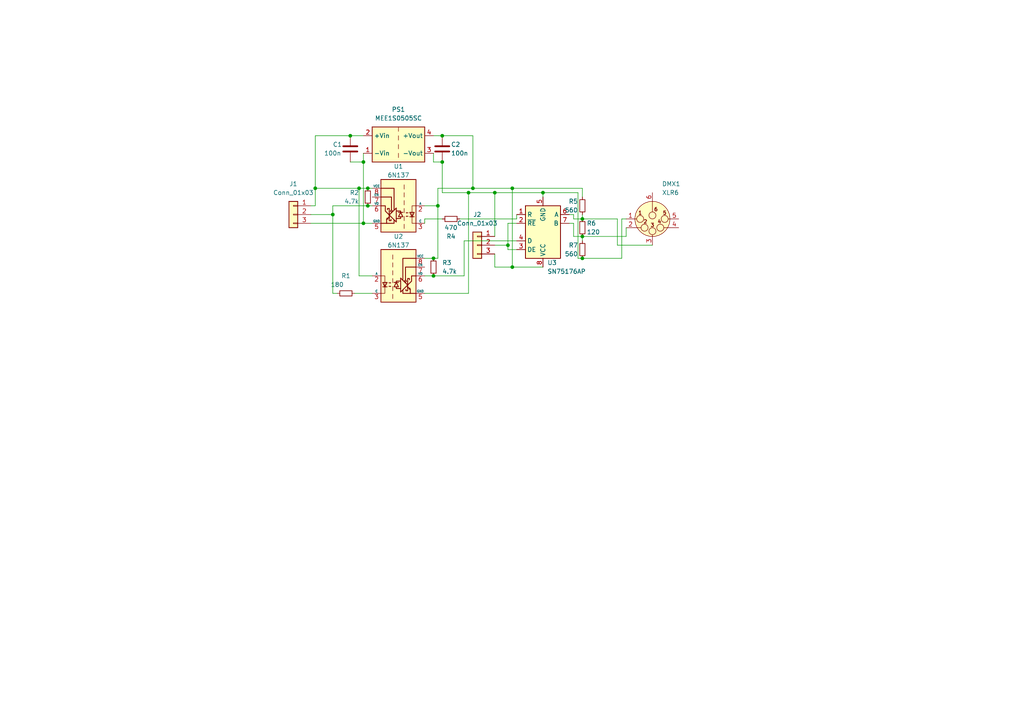
<source format=kicad_sch>
(kicad_sch (version 20211123) (generator eeschema)

  (uuid 4e2d37ff-e1b6-47e9-8846-360ec797e02f)

  (paper "A4")

  (lib_symbols
    (symbol "Connector:XLR6" (pin_names hide) (in_bom yes) (on_board yes)
      (property "Reference" "J" (id 0) (at 2.54 6.35 0)
        (effects (font (size 1.27 1.27)))
      )
      (property "Value" "XLR6" (id 1) (at 5.08 -6.096 0)
        (effects (font (size 1.27 1.27)))
      )
      (property "Footprint" "" (id 2) (at 0 0 0)
        (effects (font (size 1.27 1.27)) hide)
      )
      (property "Datasheet" " ~" (id 3) (at 0 0 0)
        (effects (font (size 1.27 1.27)) hide)
      )
      (property "ki_keywords" "xlr connector" (id 4) (at 0 0 0)
        (effects (font (size 1.27 1.27)) hide)
      )
      (property "ki_description" "XLR Connector, Male or Female, 6 Pins" (id 5) (at 0 0 0)
        (effects (font (size 1.27 1.27)) hide)
      )
      (property "ki_fp_filters" "Jack*XLR*" (id 6) (at 0 0 0)
        (effects (font (size 1.27 1.27)) hide)
      )
      (symbol "XLR6_0_1"
        (circle (center -3.556 0) (radius 1.016)
          (stroke (width 0) (type default) (color 0 0 0 0))
          (fill (type none))
        )
        (circle (center -2.286 -2.54) (radius 1.016)
          (stroke (width 0) (type default) (color 0 0 0 0))
          (fill (type none))
        )
        (circle (center 0 -3.556) (radius 1.016)
          (stroke (width 0) (type default) (color 0 0 0 0))
          (fill (type none))
        )
        (polyline
          (pts
            (xy -5.08 -2.54)
            (xy -4.445 -2.54)
          )
          (stroke (width 0) (type default) (color 0 0 0 0))
          (fill (type none))
        )
        (polyline
          (pts
            (xy -5.08 0)
            (xy -4.572 0)
          )
          (stroke (width 0) (type default) (color 0 0 0 0))
          (fill (type none))
        )
        (polyline
          (pts
            (xy -4.572 -2.54)
            (xy -3.302 -2.54)
          )
          (stroke (width 0) (type default) (color 0 0 0 0))
          (fill (type none))
        )
        (polyline
          (pts
            (xy 0 -5.08)
            (xy 0 -4.572)
          )
          (stroke (width 0) (type default) (color 0 0 0 0))
          (fill (type none))
        )
        (polyline
          (pts
            (xy 0 5.08)
            (xy 0 2.032)
          )
          (stroke (width 0) (type default) (color 0 0 0 0))
          (fill (type none))
        )
        (polyline
          (pts
            (xy 4.572 -2.54)
            (xy 3.302 -2.54)
          )
          (stroke (width 0) (type default) (color 0 0 0 0))
          (fill (type none))
        )
        (polyline
          (pts
            (xy 5.08 -2.54)
            (xy 4.445 -2.54)
          )
          (stroke (width 0) (type default) (color 0 0 0 0))
          (fill (type none))
        )
        (polyline
          (pts
            (xy 5.08 0)
            (xy 4.572 0)
          )
          (stroke (width 0) (type default) (color 0 0 0 0))
          (fill (type none))
        )
        (circle (center 0 0) (radius 5.08)
          (stroke (width 0) (type default) (color 0 0 0 0))
          (fill (type background))
        )
        (circle (center 0 1.016) (radius 1.016)
          (stroke (width 0) (type default) (color 0 0 0 0))
          (fill (type none))
        )
        (circle (center 2.286 -2.54) (radius 1.016)
          (stroke (width 0) (type default) (color 0 0 0 0))
          (fill (type none))
        )
        (circle (center 3.556 0) (radius 1.016)
          (stroke (width 0) (type default) (color 0 0 0 0))
          (fill (type none))
        )
        (text "1" (at -3.556 1.778 0)
          (effects (font (size 1.016 1.016) bold))
        )
        (text "2" (at -2.032 -0.762 0)
          (effects (font (size 1.016 1.016) bold))
        )
        (text "3" (at 0 -1.778 0)
          (effects (font (size 1.016 1.016) bold))
        )
        (text "4" (at 2.032 -0.762 0)
          (effects (font (size 1.016 1.016) bold))
        )
        (text "5" (at 3.556 1.778 0)
          (effects (font (size 1.016 1.016) bold))
        )
        (text "6" (at 1.016 2.794 0)
          (effects (font (size 1.016 1.016) bold))
        )
      )
      (symbol "XLR6_1_1"
        (pin passive line (at -7.62 0 0) (length 2.54)
          (name "P1" (effects (font (size 1.27 1.27))))
          (number "1" (effects (font (size 1.27 1.27))))
        )
        (pin passive line (at -7.62 -2.54 0) (length 2.54)
          (name "P2" (effects (font (size 1.27 1.27))))
          (number "2" (effects (font (size 1.27 1.27))))
        )
        (pin passive line (at 0 -7.62 90) (length 2.54)
          (name "P3" (effects (font (size 1.27 1.27))))
          (number "3" (effects (font (size 1.27 1.27))))
        )
        (pin passive line (at 7.62 -2.54 180) (length 2.54)
          (name "P3" (effects (font (size 1.27 1.27))))
          (number "4" (effects (font (size 1.27 1.27))))
        )
        (pin passive line (at 7.62 0 180) (length 2.54)
          (name "P5" (effects (font (size 1.27 1.27))))
          (number "5" (effects (font (size 1.27 1.27))))
        )
        (pin passive line (at 0 7.62 270) (length 2.54)
          (name "P6" (effects (font (size 1.27 1.27))))
          (number "6" (effects (font (size 1.27 1.27))))
        )
      )
    )
    (symbol "Connector_Generic:Conn_01x03" (pin_names (offset 1.016) hide) (in_bom yes) (on_board yes)
      (property "Reference" "J" (id 0) (at 0 5.08 0)
        (effects (font (size 1.27 1.27)))
      )
      (property "Value" "Conn_01x03" (id 1) (at 0 -5.08 0)
        (effects (font (size 1.27 1.27)))
      )
      (property "Footprint" "" (id 2) (at 0 0 0)
        (effects (font (size 1.27 1.27)) hide)
      )
      (property "Datasheet" "~" (id 3) (at 0 0 0)
        (effects (font (size 1.27 1.27)) hide)
      )
      (property "ki_keywords" "connector" (id 4) (at 0 0 0)
        (effects (font (size 1.27 1.27)) hide)
      )
      (property "ki_description" "Generic connector, single row, 01x03, script generated (kicad-library-utils/schlib/autogen/connector/)" (id 5) (at 0 0 0)
        (effects (font (size 1.27 1.27)) hide)
      )
      (property "ki_fp_filters" "Connector*:*_1x??_*" (id 6) (at 0 0 0)
        (effects (font (size 1.27 1.27)) hide)
      )
      (symbol "Conn_01x03_1_1"
        (rectangle (start -1.27 -2.413) (end 0 -2.667)
          (stroke (width 0.1524) (type default) (color 0 0 0 0))
          (fill (type none))
        )
        (rectangle (start -1.27 0.127) (end 0 -0.127)
          (stroke (width 0.1524) (type default) (color 0 0 0 0))
          (fill (type none))
        )
        (rectangle (start -1.27 2.667) (end 0 2.413)
          (stroke (width 0.1524) (type default) (color 0 0 0 0))
          (fill (type none))
        )
        (rectangle (start -1.27 3.81) (end 1.27 -3.81)
          (stroke (width 0.254) (type default) (color 0 0 0 0))
          (fill (type background))
        )
        (pin passive line (at -5.08 2.54 0) (length 3.81)
          (name "Pin_1" (effects (font (size 1.27 1.27))))
          (number "1" (effects (font (size 1.27 1.27))))
        )
        (pin passive line (at -5.08 0 0) (length 3.81)
          (name "Pin_2" (effects (font (size 1.27 1.27))))
          (number "2" (effects (font (size 1.27 1.27))))
        )
        (pin passive line (at -5.08 -2.54 0) (length 3.81)
          (name "Pin_3" (effects (font (size 1.27 1.27))))
          (number "3" (effects (font (size 1.27 1.27))))
        )
      )
    )
    (symbol "Converter_DCDC:MEE1S0505SC" (in_bom yes) (on_board yes)
      (property "Reference" "PS" (id 0) (at -7.62 6.35 0)
        (effects (font (size 1.27 1.27)) (justify left))
      )
      (property "Value" "MEE1S0505SC" (id 1) (at 1.27 6.35 0)
        (effects (font (size 1.27 1.27)) (justify left))
      )
      (property "Footprint" "Converter_DCDC:Converter_DCDC_Murata_MEE1SxxxxSC_THT" (id 2) (at -26.67 -6.35 0)
        (effects (font (size 1.27 1.27)) (justify left) hide)
      )
      (property "Datasheet" "https://power.murata.com/pub/data/power/ncl/kdc_mee1.pdf" (id 3) (at 26.67 -7.62 0)
        (effects (font (size 1.27 1.27)) (justify left) hide)
      )
      (property "ki_keywords" "murata DC/DC isolated converter" (id 4) (at 0 0 0)
        (effects (font (size 1.27 1.27)) hide)
      )
      (property "ki_description" "1W, 1000 VDC isolated DC/DC converter, 5V input, 5V output, SIP" (id 5) (at 0 0 0)
        (effects (font (size 1.27 1.27)) hide)
      )
      (property "ki_fp_filters" "Converter*DCDC*Murata*MEE1SxxxxSC*THT*" (id 6) (at 0 0 0)
        (effects (font (size 1.27 1.27)) hide)
      )
      (symbol "MEE1S0505SC_0_0"
        (pin power_in line (at -10.16 -2.54 0) (length 2.54)
          (name "-Vin" (effects (font (size 1.27 1.27))))
          (number "1" (effects (font (size 1.27 1.27))))
        )
        (pin power_in line (at -10.16 2.54 0) (length 2.54)
          (name "+Vin" (effects (font (size 1.27 1.27))))
          (number "2" (effects (font (size 1.27 1.27))))
        )
        (pin power_out line (at 10.16 -2.54 180) (length 2.54)
          (name "-Vout" (effects (font (size 1.27 1.27))))
          (number "3" (effects (font (size 1.27 1.27))))
        )
        (pin power_out line (at 10.16 2.54 180) (length 2.54)
          (name "+Vout" (effects (font (size 1.27 1.27))))
          (number "4" (effects (font (size 1.27 1.27))))
        )
      )
      (symbol "MEE1S0505SC_0_1"
        (rectangle (start -7.62 5.08) (end 7.62 -5.08)
          (stroke (width 0.254) (type default) (color 0 0 0 0))
          (fill (type background))
        )
        (polyline
          (pts
            (xy 0 -2.54)
            (xy 0 -3.81)
          )
          (stroke (width 0) (type default) (color 0 0 0 0))
          (fill (type none))
        )
        (polyline
          (pts
            (xy 0 0)
            (xy 0 -1.27)
          )
          (stroke (width 0) (type default) (color 0 0 0 0))
          (fill (type none))
        )
        (polyline
          (pts
            (xy 0 2.54)
            (xy 0 1.27)
          )
          (stroke (width 0) (type default) (color 0 0 0 0))
          (fill (type none))
        )
        (polyline
          (pts
            (xy 0 5.08)
            (xy 0 3.81)
          )
          (stroke (width 0) (type default) (color 0 0 0 0))
          (fill (type none))
        )
      )
    )
    (symbol "Device:C" (pin_numbers hide) (pin_names (offset 0.254)) (in_bom yes) (on_board yes)
      (property "Reference" "C" (id 0) (at 0.635 2.54 0)
        (effects (font (size 1.27 1.27)) (justify left))
      )
      (property "Value" "C" (id 1) (at 0.635 -2.54 0)
        (effects (font (size 1.27 1.27)) (justify left))
      )
      (property "Footprint" "" (id 2) (at 0.9652 -3.81 0)
        (effects (font (size 1.27 1.27)) hide)
      )
      (property "Datasheet" "~" (id 3) (at 0 0 0)
        (effects (font (size 1.27 1.27)) hide)
      )
      (property "ki_keywords" "cap capacitor" (id 4) (at 0 0 0)
        (effects (font (size 1.27 1.27)) hide)
      )
      (property "ki_description" "Unpolarized capacitor" (id 5) (at 0 0 0)
        (effects (font (size 1.27 1.27)) hide)
      )
      (property "ki_fp_filters" "C_*" (id 6) (at 0 0 0)
        (effects (font (size 1.27 1.27)) hide)
      )
      (symbol "C_0_1"
        (polyline
          (pts
            (xy -2.032 -0.762)
            (xy 2.032 -0.762)
          )
          (stroke (width 0.508) (type default) (color 0 0 0 0))
          (fill (type none))
        )
        (polyline
          (pts
            (xy -2.032 0.762)
            (xy 2.032 0.762)
          )
          (stroke (width 0.508) (type default) (color 0 0 0 0))
          (fill (type none))
        )
      )
      (symbol "C_1_1"
        (pin passive line (at 0 3.81 270) (length 2.794)
          (name "~" (effects (font (size 1.27 1.27))))
          (number "1" (effects (font (size 1.27 1.27))))
        )
        (pin passive line (at 0 -3.81 90) (length 2.794)
          (name "~" (effects (font (size 1.27 1.27))))
          (number "2" (effects (font (size 1.27 1.27))))
        )
      )
    )
    (symbol "Device:R_Small" (pin_numbers hide) (pin_names (offset 0.254) hide) (in_bom yes) (on_board yes)
      (property "Reference" "R" (id 0) (at 0.762 0.508 0)
        (effects (font (size 1.27 1.27)) (justify left))
      )
      (property "Value" "R_Small" (id 1) (at 0.762 -1.016 0)
        (effects (font (size 1.27 1.27)) (justify left))
      )
      (property "Footprint" "" (id 2) (at 0 0 0)
        (effects (font (size 1.27 1.27)) hide)
      )
      (property "Datasheet" "~" (id 3) (at 0 0 0)
        (effects (font (size 1.27 1.27)) hide)
      )
      (property "ki_keywords" "R resistor" (id 4) (at 0 0 0)
        (effects (font (size 1.27 1.27)) hide)
      )
      (property "ki_description" "Resistor, small symbol" (id 5) (at 0 0 0)
        (effects (font (size 1.27 1.27)) hide)
      )
      (property "ki_fp_filters" "R_*" (id 6) (at 0 0 0)
        (effects (font (size 1.27 1.27)) hide)
      )
      (symbol "R_Small_0_1"
        (rectangle (start -0.762 1.778) (end 0.762 -1.778)
          (stroke (width 0.2032) (type default) (color 0 0 0 0))
          (fill (type none))
        )
      )
      (symbol "R_Small_1_1"
        (pin passive line (at 0 2.54 270) (length 0.762)
          (name "~" (effects (font (size 1.27 1.27))))
          (number "1" (effects (font (size 1.27 1.27))))
        )
        (pin passive line (at 0 -2.54 90) (length 0.762)
          (name "~" (effects (font (size 1.27 1.27))))
          (number "2" (effects (font (size 1.27 1.27))))
        )
      )
    )
    (symbol "Interface_UART:SN75176AP" (in_bom yes) (on_board yes)
      (property "Reference" "U" (id 0) (at -4.318 8.89 0)
        (effects (font (size 1.27 1.27)))
      )
      (property "Value" "SN75176AP" (id 1) (at 1.016 8.89 0)
        (effects (font (size 1.27 1.27)) (justify left))
      )
      (property "Footprint" "Package_DIP:DIP-8_W7.62mm" (id 2) (at 0 -12.7 0)
        (effects (font (size 1.27 1.27)) hide)
      )
      (property "Datasheet" "http://www.ti.com/lit/ds/symlink/sn75176a.pdf" (id 3) (at 40.64 -5.08 0)
        (effects (font (size 1.27 1.27)) hide)
      )
      (property "ki_keywords" "Differential bus transceiver" (id 4) (at 0 0 0)
        (effects (font (size 1.27 1.27)) hide)
      )
      (property "ki_description" "Differential RS-422/RS-485 bus transceiver, DIP-8" (id 5) (at 0 0 0)
        (effects (font (size 1.27 1.27)) hide)
      )
      (property "ki_fp_filters" "DIP*W7.62mm*" (id 6) (at 0 0 0)
        (effects (font (size 1.27 1.27)) hide)
      )
      (symbol "SN75176AP_0_1"
        (rectangle (start -5.08 7.62) (end 5.08 -7.62)
          (stroke (width 0.254) (type default) (color 0 0 0 0))
          (fill (type background))
        )
      )
      (symbol "SN75176AP_1_1"
        (pin output line (at -7.62 -5.08 0) (length 2.54)
          (name "R" (effects (font (size 1.27 1.27))))
          (number "1" (effects (font (size 1.27 1.27))))
        )
        (pin input line (at -7.62 -2.54 0) (length 2.54)
          (name "~{RE}" (effects (font (size 1.27 1.27))))
          (number "2" (effects (font (size 1.27 1.27))))
        )
        (pin input line (at -7.62 5.08 0) (length 2.54)
          (name "DE" (effects (font (size 1.27 1.27))))
          (number "3" (effects (font (size 1.27 1.27))))
        )
        (pin input line (at -7.62 2.54 0) (length 2.54)
          (name "D" (effects (font (size 1.27 1.27))))
          (number "4" (effects (font (size 1.27 1.27))))
        )
        (pin power_in line (at 0 -10.16 90) (length 2.54)
          (name "GND" (effects (font (size 1.27 1.27))))
          (number "5" (effects (font (size 1.27 1.27))))
        )
        (pin bidirectional line (at 7.62 -5.08 180) (length 2.54)
          (name "A" (effects (font (size 1.27 1.27))))
          (number "6" (effects (font (size 1.27 1.27))))
        )
        (pin bidirectional line (at 7.62 -2.54 180) (length 2.54)
          (name "B" (effects (font (size 1.27 1.27))))
          (number "7" (effects (font (size 1.27 1.27))))
        )
        (pin power_in line (at 0 10.16 270) (length 2.54)
          (name "VCC" (effects (font (size 1.27 1.27))))
          (number "8" (effects (font (size 1.27 1.27))))
        )
      )
    )
    (symbol "Isolator:6N137" (pin_names (offset 0)) (in_bom yes) (on_board yes)
      (property "Reference" "U" (id 0) (at -4.064 8.89 0)
        (effects (font (size 1.27 1.27)))
      )
      (property "Value" "6N137" (id 1) (at 0 -8.89 0)
        (effects (font (size 1.27 1.27)))
      )
      (property "Footprint" "Package_DIP:DIP-8_W7.62mm" (id 2) (at 0 -12.7 0)
        (effects (font (size 1.27 1.27)) hide)
      )
      (property "Datasheet" "https://docs.broadcom.com/docs/AV02-0940EN" (id 3) (at -21.59 13.97 0)
        (effects (font (size 1.27 1.27)) hide)
      )
      (property "ki_keywords" "High speed optically coupled gates enable" (id 4) (at 0 0 0)
        (effects (font (size 1.27 1.27)) hide)
      )
      (property "ki_description" "Single High Speed LSTTL/TTL Compatible Optocoupler with enable, dV/dt 1000/us, VCM 10, max 7V VCC, DIP-8" (id 5) (at 0 0 0)
        (effects (font (size 1.27 1.27)) hide)
      )
      (property "ki_fp_filters" "DIP*W7.62mm*" (id 6) (at 0 0 0)
        (effects (font (size 1.27 1.27)) hide)
      )
      (symbol "6N137_0_1"
        (polyline
          (pts
            (xy 2.667 -3.556)
            (xy 2.667 -1.651)
          )
          (stroke (width 0.254) (type default) (color 0 0 0 0))
          (fill (type none))
        )
        (polyline
          (pts
            (xy 2.667 -2.159)
            (xy 2.667 -2.921)
          )
          (stroke (width 0.254) (type default) (color 0 0 0 0))
          (fill (type none))
        )
        (polyline
          (pts
            (xy 3.429 -3.937)
            (xy 3.429 -5.08)
          )
          (stroke (width 0.254) (type default) (color 0 0 0 0))
          (fill (type none))
        )
        (polyline
          (pts
            (xy -0.635 -3.302)
            (xy -0.635 -3.683)
            (xy 0.635 -3.683)
          )
          (stroke (width 0.254) (type default) (color 0 0 0 0))
          (fill (type none))
        )
        (polyline
          (pts
            (xy -0.635 -1.905)
            (xy -0.635 -1.524)
            (xy 0.508 -1.524)
          )
          (stroke (width 0.254) (type default) (color 0 0 0 0))
          (fill (type none))
        )
        (polyline
          (pts
            (xy 1.27 -4.064)
            (xy 1.27 -5.08)
            (xy 5.08 -5.08)
          )
          (stroke (width 0.254) (type default) (color 0 0 0 0))
          (fill (type none))
        )
        (polyline
          (pts
            (xy 1.27 -1.27)
            (xy 1.27 5.08)
            (xy 5.08 5.08)
          )
          (stroke (width 0.254) (type default) (color 0 0 0 0))
          (fill (type none))
        )
        (polyline
          (pts
            (xy 2.032 -1.27)
            (xy 2.032 2.54)
            (xy 5.08 2.54)
          )
          (stroke (width 0.254) (type default) (color 0 0 0 0))
          (fill (type none))
        )
        (polyline
          (pts
            (xy -5.08 -5.08)
            (xy -3.937 -5.08)
            (xy -3.937 0)
            (xy -5.08 0)
          )
          (stroke (width 0) (type default) (color 0 0 0 0))
          (fill (type none))
        )
        (polyline
          (pts
            (xy 2.667 -3.302)
            (xy 2.667 -4.318)
            (xy 2.159 -4.318)
            (xy 2.159 -3.937)
          )
          (stroke (width 0.254) (type default) (color 0 0 0 0))
          (fill (type none))
        )
        (polyline
          (pts
            (xy 2.667 -2.667)
            (xy 0.635 -4.699)
            (xy 0.635 -0.635)
            (xy 2.667 -2.667)
          )
          (stroke (width 0.254) (type default) (color 0 0 0 0))
          (fill (type none))
        )
        (polyline
          (pts
            (xy 2.667 -1.778)
            (xy 2.667 -0.762)
            (xy 3.175 -0.762)
            (xy 3.175 -1.143)
          )
          (stroke (width 0.254) (type default) (color 0 0 0 0))
          (fill (type none))
        )
        (polyline
          (pts
            (xy 2.794 -2.54)
            (xy 3.81 -1.524)
            (xy 3.81 0)
            (xy 5.08 0)
          )
          (stroke (width 0.254) (type default) (color 0 0 0 0))
          (fill (type none))
        )
        (polyline
          (pts
            (xy 2.667 -3.175)
            (xy 3.429 -3.937)
            (xy 3.302 -3.556)
            (xy 3.048 -3.81)
            (xy 3.429 -3.937)
          )
          (stroke (width 0.254) (type default) (color 0 0 0 0))
          (fill (type none))
        )
        (circle (center 2.032 -1.524) (radius 0.254)
          (stroke (width 0.254) (type default) (color 0 0 0 0))
          (fill (type none))
        )
      )
      (symbol "6N137_1_1"
        (rectangle (start -5.08 7.62) (end 5.08 -7.62)
          (stroke (width 0.254) (type default) (color 0 0 0 0))
          (fill (type background))
        )
        (polyline
          (pts
            (xy -4.572 -3.175)
            (xy -3.302 -3.175)
          )
          (stroke (width 0.254) (type default) (color 0 0 0 0))
          (fill (type none))
        )
        (polyline
          (pts
            (xy -1.651 -5.334)
            (xy -1.651 -6.604)
          )
          (stroke (width 0) (type default) (color 0 0 0 0))
          (fill (type none))
        )
        (polyline
          (pts
            (xy -1.651 -3.048)
            (xy -1.651 -4.318)
          )
          (stroke (width 0) (type default) (color 0 0 0 0))
          (fill (type none))
        )
        (polyline
          (pts
            (xy -1.651 -0.762)
            (xy -1.651 -2.032)
          )
          (stroke (width 0) (type default) (color 0 0 0 0))
          (fill (type none))
        )
        (polyline
          (pts
            (xy -1.651 1.524)
            (xy -1.651 0.254)
          )
          (stroke (width 0) (type default) (color 0 0 0 0))
          (fill (type none))
        )
        (polyline
          (pts
            (xy -1.651 3.81)
            (xy -1.651 2.54)
          )
          (stroke (width 0) (type default) (color 0 0 0 0))
          (fill (type none))
        )
        (polyline
          (pts
            (xy -1.651 6.096)
            (xy -1.651 4.826)
          )
          (stroke (width 0) (type default) (color 0 0 0 0))
          (fill (type none))
        )
        (polyline
          (pts
            (xy -1.27 -1.905)
            (xy 0 -1.905)
          )
          (stroke (width 0.254) (type default) (color 0 0 0 0))
          (fill (type none))
        )
        (polyline
          (pts
            (xy -3.937 -3.175)
            (xy -4.572 -1.905)
            (xy -3.302 -1.905)
            (xy -3.937 -3.175)
          )
          (stroke (width 0.254) (type default) (color 0 0 0 0))
          (fill (type none))
        )
        (polyline
          (pts
            (xy -0.635 -1.905)
            (xy -1.27 -3.175)
            (xy 0 -3.175)
            (xy -0.635 -1.905)
          )
          (stroke (width 0.254) (type default) (color 0 0 0 0))
          (fill (type none))
        )
        (polyline
          (pts
            (xy -2.921 -3.048)
            (xy -2.159 -3.048)
            (xy -2.54 -3.175)
            (xy -2.54 -2.921)
            (xy -2.159 -3.048)
          )
          (stroke (width 0.127) (type default) (color 0 0 0 0))
          (fill (type none))
        )
        (polyline
          (pts
            (xy -2.921 -2.032)
            (xy -2.159 -2.032)
            (xy -2.54 -2.159)
            (xy -2.54 -1.905)
            (xy -2.159 -2.032)
          )
          (stroke (width 0.127) (type default) (color 0 0 0 0))
          (fill (type none))
        )
        (pin no_connect line (at -5.08 5.08 0) (length 2.54) hide
          (name "NC" (effects (font (size 0.635 0.635))))
          (number "1" (effects (font (size 1.27 1.27))))
        )
        (pin passive line (at -7.62 0 0) (length 2.54)
          (name "A" (effects (font (size 0.635 0.635))))
          (number "2" (effects (font (size 1.27 1.27))))
        )
        (pin passive line (at -7.62 -5.08 0) (length 2.54)
          (name "C" (effects (font (size 0.635 0.635))))
          (number "3" (effects (font (size 1.27 1.27))))
        )
        (pin power_in line (at 7.62 -5.08 180) (length 2.54)
          (name "GND" (effects (font (size 0.635 0.635))))
          (number "5" (effects (font (size 1.27 1.27))))
        )
        (pin open_collector line (at 7.62 0 180) (length 2.54)
          (name "VO" (effects (font (size 0.635 0.635))))
          (number "6" (effects (font (size 1.27 1.27))))
        )
        (pin input line (at 7.62 2.54 180) (length 2.54)
          (name "EN" (effects (font (size 0.635 0.635))))
          (number "7" (effects (font (size 1.27 1.27))))
        )
        (pin power_in line (at 7.62 5.08 180) (length 2.54)
          (name "VCC" (effects (font (size 0.635 0.635))))
          (number "8" (effects (font (size 1.27 1.27))))
        )
      )
    )
  )

  (junction (at 127 59.69) (diameter 0) (color 0 0 0 0)
    (uuid 0402442e-b271-4824-af3f-0dcaa24599b9)
  )
  (junction (at 104.14 54.61) (diameter 0) (color 0 0 0 0)
    (uuid 15e2f660-ad9c-49de-979f-99da1052a3cc)
  )
  (junction (at 101.6 39.37) (diameter 0) (color 0 0 0 0)
    (uuid 2b7c182a-750a-4a2e-a0f5-d9e68a83aa75)
  )
  (junction (at 148.59 54.61) (diameter 0) (color 0 0 0 0)
    (uuid 33d3505c-450b-4a47-8cf2-8588dd677f47)
  )
  (junction (at 125.73 80.01) (diameter 0) (color 0 0 0 0)
    (uuid 3443f668-c60e-497b-bdf8-d6eff8c2ce67)
  )
  (junction (at 125.73 74.93) (diameter 0) (color 0 0 0 0)
    (uuid 405af132-9947-4509-868d-97c0b4171e20)
  )
  (junction (at 105.41 46.99) (diameter 0) (color 0 0 0 0)
    (uuid 47fa2edb-7212-42f7-b6f1-90c8f9d52a0a)
  )
  (junction (at 106.68 54.61) (diameter 0) (color 0 0 0 0)
    (uuid 5595efdb-98f1-48c9-8b43-13630387f85a)
  )
  (junction (at 147.32 71.12) (diameter 0) (color 0 0 0 0)
    (uuid 5dab7801-7c35-4eb1-9e6e-953a53679218)
  )
  (junction (at 168.91 68.58) (diameter 0) (color 0 0 0 0)
    (uuid 8352d222-b0de-4dfd-89bc-e023dc40619c)
  )
  (junction (at 96.52 62.23) (diameter 0) (color 0 0 0 0)
    (uuid 8eb232cb-5bad-4558-88f4-7653aa6270cc)
  )
  (junction (at 168.91 74.93) (diameter 0) (color 0 0 0 0)
    (uuid 904c5071-4aec-4976-b6a2-28ce7500cc43)
  )
  (junction (at 148.59 77.47) (diameter 0) (color 0 0 0 0)
    (uuid 92508edd-687a-435b-b054-9b6cbfe30747)
  )
  (junction (at 157.48 55.88) (diameter 0) (color 0 0 0 0)
    (uuid 94c1a09f-c970-4096-b9a0-e2020e7bd064)
  )
  (junction (at 128.27 39.37) (diameter 0) (color 0 0 0 0)
    (uuid bc4c31a7-2572-4129-82ee-c84eae910ab4)
  )
  (junction (at 143.51 55.88) (diameter 0) (color 0 0 0 0)
    (uuid be3aecd2-72df-4f75-bd3a-75a2bbaf0ad9)
  )
  (junction (at 137.16 54.61) (diameter 0) (color 0 0 0 0)
    (uuid c7aa900b-af58-4dc0-8ea4-7011dbe2644e)
  )
  (junction (at 105.41 64.77) (diameter 0) (color 0 0 0 0)
    (uuid cecf01fe-4051-4392-be5a-1e0ff8227ada)
  )
  (junction (at 168.91 63.5) (diameter 0) (color 0 0 0 0)
    (uuid d0a2e5bc-6b34-445c-a50b-f905715320c8)
  )
  (junction (at 106.68 59.69) (diameter 0) (color 0 0 0 0)
    (uuid d6172188-1845-4526-84c0-836a2854134c)
  )
  (junction (at 135.89 55.88) (diameter 0) (color 0 0 0 0)
    (uuid d9d00125-9948-44ce-9eb0-e14ac46446f0)
  )
  (junction (at 91.44 54.61) (diameter 0) (color 0 0 0 0)
    (uuid e14defff-8088-469b-ab3b-08b74b5c95cf)
  )
  (junction (at 128.27 46.99) (diameter 0) (color 0 0 0 0)
    (uuid f94e22e6-d8af-4062-b25e-fa070a809319)
  )

  (wire (pts (xy 125.73 44.45) (xy 125.73 46.99))
    (stroke (width 0) (type default) (color 0 0 0 0))
    (uuid 01081eca-cb01-4b1d-b9f3-e593fc4123d5)
  )
  (wire (pts (xy 135.89 55.88) (xy 128.27 55.88))
    (stroke (width 0) (type default) (color 0 0 0 0))
    (uuid 061ca5cb-6a2c-4c5d-baa0-cc491f05a1dc)
  )
  (wire (pts (xy 107.95 80.01) (xy 104.14 80.01))
    (stroke (width 0) (type default) (color 0 0 0 0))
    (uuid 06328046-0c6b-406d-b82c-329a3428d82b)
  )
  (wire (pts (xy 96.52 85.09) (xy 97.79 85.09))
    (stroke (width 0) (type default) (color 0 0 0 0))
    (uuid 0735835f-ab97-4569-8195-031bb2b8fcf2)
  )
  (wire (pts (xy 157.48 55.88) (xy 157.48 57.15))
    (stroke (width 0) (type default) (color 0 0 0 0))
    (uuid 089cef5f-dba1-4897-ac8c-f4660c2085b3)
  )
  (wire (pts (xy 127 59.69) (xy 127 74.93))
    (stroke (width 0) (type default) (color 0 0 0 0))
    (uuid 094d6cfe-7441-4550-9ffb-7273879bdcc9)
  )
  (wire (pts (xy 135.89 85.09) (xy 135.89 55.88))
    (stroke (width 0) (type default) (color 0 0 0 0))
    (uuid 0a687e4b-6882-4a52-ad90-8ed1d1c17c3e)
  )
  (wire (pts (xy 137.16 39.37) (xy 137.16 54.61))
    (stroke (width 0) (type default) (color 0 0 0 0))
    (uuid 0c7a2a41-b39e-4441-8b0f-684c096a8c3d)
  )
  (wire (pts (xy 104.14 80.01) (xy 104.14 54.61))
    (stroke (width 0) (type default) (color 0 0 0 0))
    (uuid 0cc6e973-2c00-40a0-bffb-74df0c5e211a)
  )
  (wire (pts (xy 148.59 54.61) (xy 168.91 54.61))
    (stroke (width 0) (type default) (color 0 0 0 0))
    (uuid 0d1b24c0-b03f-4f89-968a-83bb4e4da498)
  )
  (wire (pts (xy 134.62 69.85) (xy 149.86 69.85))
    (stroke (width 0) (type default) (color 0 0 0 0))
    (uuid 0fc67055-a94a-47b4-b6a9-4ef65ffcfebd)
  )
  (wire (pts (xy 105.41 44.45) (xy 105.41 46.99))
    (stroke (width 0) (type default) (color 0 0 0 0))
    (uuid 165cbe0b-acea-4585-baec-b7f69b32f34f)
  )
  (wire (pts (xy 165.1 62.23) (xy 166.37 62.23))
    (stroke (width 0) (type default) (color 0 0 0 0))
    (uuid 1a1aa9f1-b9eb-4d96-9245-21baa997ac1d)
  )
  (wire (pts (xy 123.19 74.93) (xy 125.73 74.93))
    (stroke (width 0) (type default) (color 0 0 0 0))
    (uuid 214df1a8-05ec-41db-85b3-fcbb8b3d30c6)
  )
  (wire (pts (xy 134.62 69.85) (xy 134.62 80.01))
    (stroke (width 0) (type default) (color 0 0 0 0))
    (uuid 25360a13-d611-43bb-885d-00b023c2eb78)
  )
  (wire (pts (xy 96.52 62.23) (xy 96.52 85.09))
    (stroke (width 0) (type default) (color 0 0 0 0))
    (uuid 2732d04f-2aed-4201-8f80-b0ade04a961c)
  )
  (wire (pts (xy 168.91 69.85) (xy 168.91 68.58))
    (stroke (width 0) (type default) (color 0 0 0 0))
    (uuid 2c12e469-242f-47f1-8659-4ef6f01b670a)
  )
  (wire (pts (xy 125.73 39.37) (xy 128.27 39.37))
    (stroke (width 0) (type default) (color 0 0 0 0))
    (uuid 3092e81f-a53b-4b9e-9eab-a28423f1ce71)
  )
  (wire (pts (xy 125.73 46.99) (xy 128.27 46.99))
    (stroke (width 0) (type default) (color 0 0 0 0))
    (uuid 333befd9-bd2c-403a-923f-ab4b07c42dc9)
  )
  (wire (pts (xy 157.48 77.47) (xy 148.59 77.47))
    (stroke (width 0) (type default) (color 0 0 0 0))
    (uuid 3530a80c-0064-4f28-8325-ec1895cb1d35)
  )
  (wire (pts (xy 166.37 64.77) (xy 166.37 68.58))
    (stroke (width 0) (type default) (color 0 0 0 0))
    (uuid 369bb8be-8a5a-4426-8a9b-286acb89db5c)
  )
  (wire (pts (xy 107.95 54.61) (xy 106.68 54.61))
    (stroke (width 0) (type default) (color 0 0 0 0))
    (uuid 3e3f21a3-756a-44e0-9d80-f6c1ea1356af)
  )
  (wire (pts (xy 91.44 59.69) (xy 91.44 54.61))
    (stroke (width 0) (type default) (color 0 0 0 0))
    (uuid 3f18ebc0-9c31-47e0-92f9-20d6b5012932)
  )
  (wire (pts (xy 179.07 71.12) (xy 189.23 71.12))
    (stroke (width 0) (type default) (color 0 0 0 0))
    (uuid 4178da3c-71be-4689-a893-57dce324c95a)
  )
  (wire (pts (xy 135.89 55.88) (xy 143.51 55.88))
    (stroke (width 0) (type default) (color 0 0 0 0))
    (uuid 42a64922-3a96-4af5-a232-d1f605ad6144)
  )
  (wire (pts (xy 91.44 39.37) (xy 91.44 54.61))
    (stroke (width 0) (type default) (color 0 0 0 0))
    (uuid 47aba8d3-c249-4866-a8a1-a2cae6cbf36b)
  )
  (wire (pts (xy 96.52 59.69) (xy 106.68 59.69))
    (stroke (width 0) (type default) (color 0 0 0 0))
    (uuid 47ea888f-3e0e-4fb5-88fc-3c626a2a7218)
  )
  (wire (pts (xy 167.64 55.88) (xy 157.48 55.88))
    (stroke (width 0) (type default) (color 0 0 0 0))
    (uuid 4961c65c-434b-4556-a363-a9d249c93bb9)
  )
  (wire (pts (xy 168.91 57.15) (xy 168.91 54.61))
    (stroke (width 0) (type default) (color 0 0 0 0))
    (uuid 4ccfa284-8226-43ec-b9b1-4a0b20ad64b5)
  )
  (wire (pts (xy 127 59.69) (xy 127 54.61))
    (stroke (width 0) (type default) (color 0 0 0 0))
    (uuid 4de1b830-d037-4da9-baae-26a536ee66fc)
  )
  (wire (pts (xy 168.91 63.5) (xy 179.07 63.5))
    (stroke (width 0) (type default) (color 0 0 0 0))
    (uuid 4e18524e-b84d-4a0f-a6d1-71e4824d2e43)
  )
  (wire (pts (xy 91.44 54.61) (xy 104.14 54.61))
    (stroke (width 0) (type default) (color 0 0 0 0))
    (uuid 4e72db07-ffc3-44c7-993a-429d136ca140)
  )
  (wire (pts (xy 143.51 73.66) (xy 143.51 77.47))
    (stroke (width 0) (type default) (color 0 0 0 0))
    (uuid 5333bb33-033f-4bdf-a25f-0134d476ec7e)
  )
  (wire (pts (xy 105.41 46.99) (xy 105.41 64.77))
    (stroke (width 0) (type default) (color 0 0 0 0))
    (uuid 552b4639-2b06-4afb-bcbc-8bd5283883f2)
  )
  (wire (pts (xy 143.51 77.47) (xy 148.59 77.47))
    (stroke (width 0) (type default) (color 0 0 0 0))
    (uuid 5833c788-b6ec-4a32-a9c6-521dce7a05dc)
  )
  (wire (pts (xy 149.86 64.77) (xy 147.32 64.77))
    (stroke (width 0) (type default) (color 0 0 0 0))
    (uuid 5bf5650f-14e4-4bdc-ba8e-ca6f1b94e3da)
  )
  (wire (pts (xy 149.86 62.23) (xy 149.86 63.5))
    (stroke (width 0) (type default) (color 0 0 0 0))
    (uuid 5fb04e57-8d59-463e-9b5d-ef8f5417b56a)
  )
  (wire (pts (xy 143.51 55.88) (xy 143.51 68.58))
    (stroke (width 0) (type default) (color 0 0 0 0))
    (uuid 65373835-0931-44d8-9e2d-2499f4ccf5d6)
  )
  (wire (pts (xy 180.34 63.5) (xy 180.34 74.93))
    (stroke (width 0) (type default) (color 0 0 0 0))
    (uuid 6725580a-10b6-4aca-9751-64ffa9115fe3)
  )
  (wire (pts (xy 127 54.61) (xy 137.16 54.61))
    (stroke (width 0) (type default) (color 0 0 0 0))
    (uuid 6793fc4e-b8e4-40dc-8485-24ed26244605)
  )
  (wire (pts (xy 134.62 80.01) (xy 125.73 80.01))
    (stroke (width 0) (type default) (color 0 0 0 0))
    (uuid 679a4dbd-1d50-4cfe-82c1-623f04786e43)
  )
  (wire (pts (xy 149.86 63.5) (xy 133.35 63.5))
    (stroke (width 0) (type default) (color 0 0 0 0))
    (uuid 6ac51450-7ff8-4138-b8a7-fa4a32ef28da)
  )
  (wire (pts (xy 96.52 59.69) (xy 96.52 62.23))
    (stroke (width 0) (type default) (color 0 0 0 0))
    (uuid 73334708-c720-4513-9276-d4c0b5ffca01)
  )
  (wire (pts (xy 90.17 64.77) (xy 105.41 64.77))
    (stroke (width 0) (type default) (color 0 0 0 0))
    (uuid 78c54baa-3535-4a56-8948-44e332584710)
  )
  (wire (pts (xy 167.64 74.93) (xy 167.64 55.88))
    (stroke (width 0) (type default) (color 0 0 0 0))
    (uuid 79c95dcc-cf2a-42c4-9beb-0122b7a19c42)
  )
  (wire (pts (xy 147.32 64.77) (xy 147.32 71.12))
    (stroke (width 0) (type default) (color 0 0 0 0))
    (uuid 8698a709-f66d-4d38-9792-c559e657cac8)
  )
  (wire (pts (xy 181.61 66.04) (xy 181.61 68.58))
    (stroke (width 0) (type default) (color 0 0 0 0))
    (uuid 887b03d5-352d-4cf4-8fb6-55776d9f2832)
  )
  (wire (pts (xy 166.37 62.23) (xy 166.37 63.5))
    (stroke (width 0) (type default) (color 0 0 0 0))
    (uuid 888ebc29-3ec5-4a74-add9-7d2e712031e4)
  )
  (wire (pts (xy 127 59.69) (xy 123.19 59.69))
    (stroke (width 0) (type default) (color 0 0 0 0))
    (uuid 8a740edb-d47c-4a84-884a-e8b56219a9ed)
  )
  (wire (pts (xy 125.73 74.93) (xy 127 74.93))
    (stroke (width 0) (type default) (color 0 0 0 0))
    (uuid 8ae82a5e-f103-4304-a1c1-0a985436c4a8)
  )
  (wire (pts (xy 168.91 74.93) (xy 180.34 74.93))
    (stroke (width 0) (type default) (color 0 0 0 0))
    (uuid 8e129ee8-37fa-4401-947a-948d2759e024)
  )
  (wire (pts (xy 104.14 54.61) (xy 106.68 54.61))
    (stroke (width 0) (type default) (color 0 0 0 0))
    (uuid 91fccb56-e167-4c85-a268-f9f8f3e14169)
  )
  (wire (pts (xy 181.61 63.5) (xy 180.34 63.5))
    (stroke (width 0) (type default) (color 0 0 0 0))
    (uuid 98e7beaf-8078-4ebe-879a-09c017749d10)
  )
  (wire (pts (xy 168.91 62.23) (xy 168.91 63.5))
    (stroke (width 0) (type default) (color 0 0 0 0))
    (uuid 9d0b6f4e-a659-4861-89fc-6a692666e540)
  )
  (wire (pts (xy 101.6 39.37) (xy 105.41 39.37))
    (stroke (width 0) (type default) (color 0 0 0 0))
    (uuid a1a367be-5da9-49d5-b8aa-4dda1ec2b66e)
  )
  (wire (pts (xy 101.6 39.37) (xy 91.44 39.37))
    (stroke (width 0) (type default) (color 0 0 0 0))
    (uuid babfb34d-d6e9-41c2-a545-47837f134df4)
  )
  (wire (pts (xy 147.32 71.12) (xy 147.32 72.39))
    (stroke (width 0) (type default) (color 0 0 0 0))
    (uuid bbfe59fb-88c2-4c4c-a461-8ebc3a521d7d)
  )
  (wire (pts (xy 123.19 63.5) (xy 123.19 64.77))
    (stroke (width 0) (type default) (color 0 0 0 0))
    (uuid bd19f19d-34ad-478e-8ab9-30c8f210503a)
  )
  (wire (pts (xy 90.17 62.23) (xy 96.52 62.23))
    (stroke (width 0) (type default) (color 0 0 0 0))
    (uuid c2294472-8972-49ac-8e49-b5dd503b0a6a)
  )
  (wire (pts (xy 148.59 77.47) (xy 148.59 54.61))
    (stroke (width 0) (type default) (color 0 0 0 0))
    (uuid c23c29c8-fcb7-4269-b083-2e5c24cd8fc2)
  )
  (wire (pts (xy 166.37 68.58) (xy 168.91 68.58))
    (stroke (width 0) (type default) (color 0 0 0 0))
    (uuid c775f925-d94a-4e21-a269-4725d55f175d)
  )
  (wire (pts (xy 143.51 71.12) (xy 147.32 71.12))
    (stroke (width 0) (type default) (color 0 0 0 0))
    (uuid c87fdb28-e1ec-4baa-8549-dbdce5a834f7)
  )
  (wire (pts (xy 179.07 63.5) (xy 179.07 71.12))
    (stroke (width 0) (type default) (color 0 0 0 0))
    (uuid cb879d36-c8f1-41ce-98c3-fafca4a70cb4)
  )
  (wire (pts (xy 128.27 63.5) (xy 123.19 63.5))
    (stroke (width 0) (type default) (color 0 0 0 0))
    (uuid cd08fca8-fe8f-4acf-b6de-3b3b51e3c364)
  )
  (wire (pts (xy 106.68 59.69) (xy 107.95 59.69))
    (stroke (width 0) (type default) (color 0 0 0 0))
    (uuid d0128c36-f52d-4024-a962-1dd45e8c9c86)
  )
  (wire (pts (xy 137.16 54.61) (xy 148.59 54.61))
    (stroke (width 0) (type default) (color 0 0 0 0))
    (uuid d04061d6-d907-4013-8ee8-ac94b61c43e2)
  )
  (wire (pts (xy 128.27 55.88) (xy 128.27 46.99))
    (stroke (width 0) (type default) (color 0 0 0 0))
    (uuid d8e1c5d1-b70f-4f6e-86e0-34e9e350e387)
  )
  (wire (pts (xy 128.27 39.37) (xy 137.16 39.37))
    (stroke (width 0) (type default) (color 0 0 0 0))
    (uuid dbe16ce0-8298-4d73-a665-221930e05a3d)
  )
  (wire (pts (xy 123.19 85.09) (xy 135.89 85.09))
    (stroke (width 0) (type default) (color 0 0 0 0))
    (uuid dd72c758-c317-49d8-b3ba-b9f40c1cd8d8)
  )
  (wire (pts (xy 168.91 68.58) (xy 181.61 68.58))
    (stroke (width 0) (type default) (color 0 0 0 0))
    (uuid dffca35f-51d0-4b76-bc59-bfd8ccaaad6f)
  )
  (wire (pts (xy 102.87 85.09) (xy 107.95 85.09))
    (stroke (width 0) (type default) (color 0 0 0 0))
    (uuid e4d14509-e584-4362-ac3b-aa593f4af24a)
  )
  (wire (pts (xy 143.51 55.88) (xy 157.48 55.88))
    (stroke (width 0) (type default) (color 0 0 0 0))
    (uuid eaa36e5c-4c04-4922-a241-d9f20865250e)
  )
  (wire (pts (xy 101.6 46.99) (xy 105.41 46.99))
    (stroke (width 0) (type default) (color 0 0 0 0))
    (uuid ec8c4fb9-ca3d-46d7-8695-0f6590563db1)
  )
  (wire (pts (xy 149.86 72.39) (xy 147.32 72.39))
    (stroke (width 0) (type default) (color 0 0 0 0))
    (uuid f01baf9c-3d19-4ef7-bbdc-a5af484fdf68)
  )
  (wire (pts (xy 166.37 63.5) (xy 168.91 63.5))
    (stroke (width 0) (type default) (color 0 0 0 0))
    (uuid f0e19340-2e43-467a-a5ee-5b8813ae3f7d)
  )
  (wire (pts (xy 105.41 64.77) (xy 107.95 64.77))
    (stroke (width 0) (type default) (color 0 0 0 0))
    (uuid f1d9cea1-d571-40c4-afd5-65981f42412a)
  )
  (wire (pts (xy 123.19 80.01) (xy 125.73 80.01))
    (stroke (width 0) (type default) (color 0 0 0 0))
    (uuid f4cb58b4-56c3-4941-9b6e-7520aabd0440)
  )
  (wire (pts (xy 90.17 59.69) (xy 91.44 59.69))
    (stroke (width 0) (type default) (color 0 0 0 0))
    (uuid f68b991b-5bd0-4427-bf92-8484cf124272)
  )
  (wire (pts (xy 167.64 74.93) (xy 168.91 74.93))
    (stroke (width 0) (type default) (color 0 0 0 0))
    (uuid f7132543-74b2-4ea8-afc3-442b8a67fc24)
  )
  (wire (pts (xy 165.1 64.77) (xy 166.37 64.77))
    (stroke (width 0) (type default) (color 0 0 0 0))
    (uuid fa934982-637d-470d-bfda-1375427dd78e)
  )

  (symbol (lib_id "Device:R_Small") (at 168.91 66.04 0) (unit 1)
    (in_bom yes) (on_board yes)
    (uuid 01a239a2-1036-456a-8bfa-c398de60f4f2)
    (property "Reference" "R6" (id 0) (at 170.18 64.77 0)
      (effects (font (size 1.27 1.27)) (justify left))
    )
    (property "Value" "120" (id 1) (at 170.18 67.31 0)
      (effects (font (size 1.27 1.27)) (justify left))
    )
    (property "Footprint" "Resistor_SMD:R_0805_2012Metric_Pad1.20x1.40mm_HandSolder" (id 2) (at 168.91 66.04 0)
      (effects (font (size 1.27 1.27)) hide)
    )
    (property "Datasheet" "~" (id 3) (at 168.91 66.04 0)
      (effects (font (size 1.27 1.27)) hide)
    )
    (pin "1" (uuid df214e2e-4fae-48e4-9edd-5796127856c8))
    (pin "2" (uuid afacf530-053e-4e4e-ba3f-4cd40384dbb9))
  )

  (symbol (lib_id "Connector:XLR6") (at 189.23 63.5 0) (unit 1)
    (in_bom yes) (on_board yes) (fields_autoplaced)
    (uuid 067b09b0-c713-4c6f-839c-921ab42318d5)
    (property "Reference" "DMX1" (id 0) (at 191.9987 53.34 0)
      (effects (font (size 1.27 1.27)) (justify left))
    )
    (property "Value" "XLR6" (id 1) (at 191.9987 55.88 0)
      (effects (font (size 1.27 1.27)) (justify left))
    )
    (property "Footprint" "Connector_Audio:Jack_XLR_Neutrik_NC5FAH_Horizontal" (id 2) (at 189.23 63.5 0)
      (effects (font (size 1.27 1.27)) hide)
    )
    (property "Datasheet" " ~" (id 3) (at 189.23 63.5 0)
      (effects (font (size 1.27 1.27)) hide)
    )
    (pin "1" (uuid 0fed41e5-a228-4531-bd1c-072f7fa6635e))
    (pin "2" (uuid 35280a2d-e3d1-4130-82e2-5f909cd98346))
    (pin "3" (uuid 8a6a4a46-7090-48aa-abf8-6c3789802047))
    (pin "4" (uuid 5ed744d2-05b8-4a0c-aab2-860f9cef745b))
    (pin "5" (uuid b510ed23-4f4c-45a4-8fa1-6252bde7791f))
    (pin "6" (uuid 055b7fc6-c156-43ec-8ed0-bfec79aba823))
  )

  (symbol (lib_id "Connector_Generic:Conn_01x03") (at 138.43 71.12 0) (mirror y) (unit 1)
    (in_bom yes) (on_board yes) (fields_autoplaced)
    (uuid 17b65667-2f23-4418-a2f9-1f9484a00e8b)
    (property "Reference" "J2" (id 0) (at 138.43 62.23 0))
    (property "Value" "Conn_01x03" (id 1) (at 138.43 64.77 0))
    (property "Footprint" "Connector_PinHeader_2.54mm:PinHeader_1x03_P2.54mm_Vertical" (id 2) (at 138.43 71.12 0)
      (effects (font (size 1.27 1.27)) hide)
    )
    (property "Datasheet" "~" (id 3) (at 138.43 71.12 0)
      (effects (font (size 1.27 1.27)) hide)
    )
    (pin "1" (uuid 15d0b575-5baf-43f3-a2d4-f68b94475fa7))
    (pin "2" (uuid ab5ce178-a0d4-49a5-a89e-79ea62e84a6e))
    (pin "3" (uuid 4ff2f51a-40b3-492b-bb20-807e20fda7eb))
  )

  (symbol (lib_id "Isolator:6N137") (at 115.57 80.01 0) (unit 1)
    (in_bom yes) (on_board yes)
    (uuid 20b635fc-863b-4b53-b951-82fa0579b54a)
    (property "Reference" "U2" (id 0) (at 115.57 68.58 0))
    (property "Value" "6N137" (id 1) (at 115.57 71.12 0))
    (property "Footprint" "Package_DIP:DIP-8_W7.62mm" (id 2) (at 115.57 92.71 0)
      (effects (font (size 1.27 1.27)) hide)
    )
    (property "Datasheet" "https://docs.broadcom.com/docs/AV02-0940EN" (id 3) (at 93.98 66.04 0)
      (effects (font (size 1.27 1.27)) hide)
    )
    (pin "1" (uuid 4b90b5d9-3b7a-406d-ad49-210b04673380))
    (pin "2" (uuid 2c97a8b9-5345-41e6-a397-4174494d788d))
    (pin "3" (uuid 3dd12460-257a-4226-b3c5-c7ad16e6f416))
    (pin "5" (uuid b8a1b03f-1697-45a9-8637-49db029e10cf))
    (pin "6" (uuid 8d3727b2-2dcf-406a-a403-29fdc6ca801e))
    (pin "7" (uuid ab126992-8dcf-41aa-826a-06d1672765b8))
    (pin "8" (uuid 8f3faeb6-8e2c-485f-8617-c6a86b06d0b5))
  )

  (symbol (lib_id "Connector_Generic:Conn_01x03") (at 85.09 62.23 0) (mirror y) (unit 1)
    (in_bom yes) (on_board yes) (fields_autoplaced)
    (uuid 376102c5-9d31-4709-839d-08a2a5fb1897)
    (property "Reference" "J1" (id 0) (at 85.09 53.34 0))
    (property "Value" "Conn_01x03" (id 1) (at 85.09 55.88 0))
    (property "Footprint" "Connector_PinHeader_2.54mm:PinHeader_1x03_P2.54mm_Vertical" (id 2) (at 85.09 62.23 0)
      (effects (font (size 1.27 1.27)) hide)
    )
    (property "Datasheet" "~" (id 3) (at 85.09 62.23 0)
      (effects (font (size 1.27 1.27)) hide)
    )
    (pin "1" (uuid 4b089ff0-f491-47aa-b589-48db9ed37fe2))
    (pin "2" (uuid ec1ff1de-e1d6-4b49-8f8d-197293b5fd22))
    (pin "3" (uuid 353f0a05-5c68-4324-a842-4cf316d5e40d))
  )

  (symbol (lib_id "Device:R_Small") (at 168.91 72.39 0) (mirror y) (unit 1)
    (in_bom yes) (on_board yes)
    (uuid 4272c2cc-cbb7-400b-ac55-e9a7cae56440)
    (property "Reference" "R7" (id 0) (at 167.64 71.12 0)
      (effects (font (size 1.27 1.27)) (justify left))
    )
    (property "Value" "560" (id 1) (at 167.64 73.66 0)
      (effects (font (size 1.27 1.27)) (justify left))
    )
    (property "Footprint" "Resistor_SMD:R_0805_2012Metric_Pad1.20x1.40mm_HandSolder" (id 2) (at 168.91 72.39 0)
      (effects (font (size 1.27 1.27)) hide)
    )
    (property "Datasheet" "~" (id 3) (at 168.91 72.39 0)
      (effects (font (size 1.27 1.27)) hide)
    )
    (pin "1" (uuid 68a497d6-2386-4ea0-bd38-6f17a49f84f9))
    (pin "2" (uuid bcb270a7-e397-4281-86ef-1ab9fae6e3f0))
  )

  (symbol (lib_id "Device:C") (at 128.27 43.18 0) (unit 1)
    (in_bom yes) (on_board yes)
    (uuid 62ca809b-125c-4756-9d1d-87215d4f3e67)
    (property "Reference" "C2" (id 0) (at 130.81 41.91 0)
      (effects (font (size 1.27 1.27)) (justify left))
    )
    (property "Value" "100n" (id 1) (at 130.81 44.45 0)
      (effects (font (size 1.27 1.27)) (justify left))
    )
    (property "Footprint" "Capacitor_THT:C_Disc_D3.8mm_W2.6mm_P2.50mm" (id 2) (at 129.2352 46.99 0)
      (effects (font (size 1.27 1.27)) hide)
    )
    (property "Datasheet" "~" (id 3) (at 128.27 43.18 0)
      (effects (font (size 1.27 1.27)) hide)
    )
    (pin "1" (uuid 5cf24f1e-df79-41ba-ad98-f1fa6b63fb9b))
    (pin "2" (uuid 8126cd81-4f2b-4929-83a6-3c68199a0e71))
  )

  (symbol (lib_id "Device:R_Small") (at 125.73 77.47 180) (unit 1)
    (in_bom yes) (on_board yes)
    (uuid 7ca90f0d-e545-4aa4-adcf-b170e45ea7fb)
    (property "Reference" "R3" (id 0) (at 128.27 76.2 0)
      (effects (font (size 1.27 1.27)) (justify right))
    )
    (property "Value" "4.7k" (id 1) (at 128.27 78.7399 0)
      (effects (font (size 1.27 1.27)) (justify right))
    )
    (property "Footprint" "Resistor_SMD:R_0805_2012Metric_Pad1.20x1.40mm_HandSolder" (id 2) (at 125.73 77.47 0)
      (effects (font (size 1.27 1.27)) hide)
    )
    (property "Datasheet" "~" (id 3) (at 125.73 77.47 0)
      (effects (font (size 1.27 1.27)) hide)
    )
    (pin "1" (uuid b277fffb-0aed-461f-bc53-66eafa83d247))
    (pin "2" (uuid d6b76287-2888-491e-99f4-426bb7a13018))
  )

  (symbol (lib_id "Device:R_Small") (at 168.91 59.69 0) (mirror y) (unit 1)
    (in_bom yes) (on_board yes)
    (uuid 8c0675c8-909b-4406-9dc1-3ecefde24f03)
    (property "Reference" "R5" (id 0) (at 167.64 58.42 0)
      (effects (font (size 1.27 1.27)) (justify left))
    )
    (property "Value" "560" (id 1) (at 167.64 60.96 0)
      (effects (font (size 1.27 1.27)) (justify left))
    )
    (property "Footprint" "Resistor_SMD:R_0805_2012Metric_Pad1.20x1.40mm_HandSolder" (id 2) (at 168.91 59.69 0)
      (effects (font (size 1.27 1.27)) hide)
    )
    (property "Datasheet" "~" (id 3) (at 168.91 59.69 0)
      (effects (font (size 1.27 1.27)) hide)
    )
    (pin "1" (uuid 6b0cf370-4b13-4532-8e58-d9900c4c8897))
    (pin "2" (uuid 2793122a-d0da-449c-907d-e2d545f31ab2))
  )

  (symbol (lib_id "Device:R_Small") (at 106.68 57.15 0) (mirror x) (unit 1)
    (in_bom yes) (on_board yes) (fields_autoplaced)
    (uuid a923b06a-57c9-4a8f-a84d-05cd59eb709b)
    (property "Reference" "R2" (id 0) (at 104.14 55.8799 0)
      (effects (font (size 1.27 1.27)) (justify right))
    )
    (property "Value" "4.7k" (id 1) (at 104.14 58.4199 0)
      (effects (font (size 1.27 1.27)) (justify right))
    )
    (property "Footprint" "Resistor_SMD:R_0805_2012Metric_Pad1.20x1.40mm_HandSolder" (id 2) (at 106.68 57.15 0)
      (effects (font (size 1.27 1.27)) hide)
    )
    (property "Datasheet" "~" (id 3) (at 106.68 57.15 0)
      (effects (font (size 1.27 1.27)) hide)
    )
    (pin "1" (uuid 3e5b42e2-7314-4e04-9972-734123d21724))
    (pin "2" (uuid 68c866cd-1b88-4e8c-965b-4599c56b76cc))
  )

  (symbol (lib_id "Device:C") (at 101.6 43.18 0) (mirror y) (unit 1)
    (in_bom yes) (on_board yes)
    (uuid b8f62f56-8813-4d96-bd76-67705c481fb2)
    (property "Reference" "C1" (id 0) (at 96.52 41.91 0)
      (effects (font (size 1.27 1.27)) (justify right))
    )
    (property "Value" "100n" (id 1) (at 93.98 44.45 0)
      (effects (font (size 1.27 1.27)) (justify right))
    )
    (property "Footprint" "Capacitor_THT:C_Disc_D3.8mm_W2.6mm_P2.50mm" (id 2) (at 100.6348 46.99 0)
      (effects (font (size 1.27 1.27)) hide)
    )
    (property "Datasheet" "~" (id 3) (at 101.6 43.18 0)
      (effects (font (size 1.27 1.27)) hide)
    )
    (pin "1" (uuid 8cd412ee-f27c-4d8b-a1a0-4db809f42d8d))
    (pin "2" (uuid 6de25960-c970-410d-916a-6fc250c7314a))
  )

  (symbol (lib_id "Device:R_Small") (at 100.33 85.09 90) (unit 1)
    (in_bom yes) (on_board yes)
    (uuid baa0d204-cdfd-4777-b4b0-37f9d6bd9bf9)
    (property "Reference" "R1" (id 0) (at 100.33 80.01 90))
    (property "Value" "180" (id 1) (at 97.79 82.55 90))
    (property "Footprint" "Resistor_SMD:R_0805_2012Metric_Pad1.20x1.40mm_HandSolder" (id 2) (at 100.33 85.09 0)
      (effects (font (size 1.27 1.27)) hide)
    )
    (property "Datasheet" "~" (id 3) (at 100.33 85.09 0)
      (effects (font (size 1.27 1.27)) hide)
    )
    (pin "1" (uuid 288f644a-0853-487b-8ae7-7da7f9fc5a32))
    (pin "2" (uuid 77d74e4f-941d-407f-aea3-fafbe9705fca))
  )

  (symbol (lib_id "Interface_UART:SN75176AP") (at 157.48 67.31 0) (mirror x) (unit 1)
    (in_bom yes) (on_board yes)
    (uuid bf59ed10-8c5a-4794-ba36-b613af188efa)
    (property "Reference" "U3" (id 0) (at 158.75 76.2 0)
      (effects (font (size 1.27 1.27)) (justify left))
    )
    (property "Value" "SN75176AP" (id 1) (at 158.75 78.74 0)
      (effects (font (size 1.27 1.27)) (justify left))
    )
    (property "Footprint" "Package_DIP:DIP-8_W7.62mm" (id 2) (at 157.48 54.61 0)
      (effects (font (size 1.27 1.27)) hide)
    )
    (property "Datasheet" "http://www.ti.com/lit/ds/symlink/sn75176a.pdf" (id 3) (at 198.12 62.23 0)
      (effects (font (size 1.27 1.27)) hide)
    )
    (pin "1" (uuid 3481ad09-bf85-4036-b063-59368c6992aa))
    (pin "2" (uuid 1140bb0d-f626-4f5b-9428-d218e92e585d))
    (pin "3" (uuid 85fa7f7b-8683-4783-9d73-d7c6c71adc2d))
    (pin "4" (uuid 459b2de8-c90b-4964-bccc-3ee0ba464ef0))
    (pin "5" (uuid 2883e762-94fd-433a-98f0-2ded32b8e1b9))
    (pin "6" (uuid 4e74065d-bac4-48bc-9120-c032df8d50f2))
    (pin "7" (uuid f398e6ee-8e6e-46de-854e-6199c3f01763))
    (pin "8" (uuid 0f14f0ee-b2eb-4cd6-b544-3a7ee1887f07))
  )

  (symbol (lib_id "Isolator:6N137") (at 115.57 59.69 0) (mirror y) (unit 1)
    (in_bom yes) (on_board yes)
    (uuid c64b3375-2e99-4358-bd2b-4d6fe02fd4c5)
    (property "Reference" "U1" (id 0) (at 115.57 48.26 0))
    (property "Value" "6N137" (id 1) (at 115.57 50.8 0))
    (property "Footprint" "Package_DIP:DIP-8_W7.62mm" (id 2) (at 115.57 72.39 0)
      (effects (font (size 1.27 1.27)) hide)
    )
    (property "Datasheet" "https://docs.broadcom.com/docs/AV02-0940EN" (id 3) (at 137.16 45.72 0)
      (effects (font (size 1.27 1.27)) hide)
    )
    (pin "1" (uuid f6a5df83-6954-45e9-b3fe-39eb4eaa3539))
    (pin "2" (uuid e4f87672-78b7-4682-a8db-f40b890e3b71))
    (pin "3" (uuid 0f6c950f-e5fc-49ac-a772-c8c9415461c1))
    (pin "5" (uuid 6c5f8446-0777-455f-944f-b633b8dbcebc))
    (pin "6" (uuid 074f5752-a69e-4801-a824-7d0be57a19f2))
    (pin "7" (uuid 32ed5cb5-b6c3-4fc8-b2bb-cb1b0f3266b8))
    (pin "8" (uuid 3f697e5a-73f3-4615-93b8-af05e41d9e69))
  )

  (symbol (lib_id "Device:R_Small") (at 130.81 63.5 90) (unit 1)
    (in_bom yes) (on_board yes)
    (uuid cf9307ed-1914-4a6b-af96-2481c928df0b)
    (property "Reference" "R4" (id 0) (at 130.81 68.58 90))
    (property "Value" "470" (id 1) (at 130.81 66.04 90))
    (property "Footprint" "Resistor_SMD:R_0805_2012Metric_Pad1.20x1.40mm_HandSolder" (id 2) (at 130.81 63.5 0)
      (effects (font (size 1.27 1.27)) hide)
    )
    (property "Datasheet" "~" (id 3) (at 130.81 63.5 0)
      (effects (font (size 1.27 1.27)) hide)
    )
    (pin "1" (uuid 35f2f113-56f4-4c17-8a81-2adfd81cc3cb))
    (pin "2" (uuid d1a145d3-9e9c-4d45-85e2-00ed9b61da50))
  )

  (symbol (lib_id "Converter_DCDC:MEE1S0505SC") (at 115.57 41.91 0) (unit 1)
    (in_bom yes) (on_board yes) (fields_autoplaced)
    (uuid f320403e-f8ae-441e-9258-863d3238d90d)
    (property "Reference" "PS1" (id 0) (at 115.57 31.75 0))
    (property "Value" "MEE1S0505SC" (id 1) (at 115.57 34.29 0))
    (property "Footprint" "Converter_DCDC:Converter_DCDC_Murata_MEE1SxxxxSC_THT" (id 2) (at 88.9 48.26 0)
      (effects (font (size 1.27 1.27)) (justify left) hide)
    )
    (property "Datasheet" "https://power.murata.com/pub/data/power/ncl/kdc_mee1.pdf" (id 3) (at 142.24 49.53 0)
      (effects (font (size 1.27 1.27)) (justify left) hide)
    )
    (pin "1" (uuid 44155931-de4a-4cf4-82d9-1ab73105b313))
    (pin "2" (uuid db155e3b-2c05-4ee2-87ee-2e086d4b3a2a))
    (pin "3" (uuid 7578da6f-e3c7-4206-a62c-3aee5ef3d654))
    (pin "4" (uuid a4acb9d1-a0a5-47c8-a254-91038f7f150f))
  )

  (sheet_instances
    (path "/" (page "1"))
  )

  (symbol_instances
    (path "/b8f62f56-8813-4d96-bd76-67705c481fb2"
      (reference "C1") (unit 1) (value "100n") (footprint "Capacitor_THT:C_Disc_D3.8mm_W2.6mm_P2.50mm")
    )
    (path "/62ca809b-125c-4756-9d1d-87215d4f3e67"
      (reference "C2") (unit 1) (value "100n") (footprint "Capacitor_THT:C_Disc_D3.8mm_W2.6mm_P2.50mm")
    )
    (path "/067b09b0-c713-4c6f-839c-921ab42318d5"
      (reference "DMX1") (unit 1) (value "XLR6") (footprint "Connector_Audio:Jack_XLR_Neutrik_NC5FAH_Horizontal")
    )
    (path "/376102c5-9d31-4709-839d-08a2a5fb1897"
      (reference "J1") (unit 1) (value "Conn_01x03") (footprint "Connector_PinHeader_2.54mm:PinHeader_1x03_P2.54mm_Vertical")
    )
    (path "/17b65667-2f23-4418-a2f9-1f9484a00e8b"
      (reference "J2") (unit 1) (value "Conn_01x03") (footprint "Connector_PinHeader_2.54mm:PinHeader_1x03_P2.54mm_Vertical")
    )
    (path "/f320403e-f8ae-441e-9258-863d3238d90d"
      (reference "PS1") (unit 1) (value "MEE1S0505SC") (footprint "Converter_DCDC:Converter_DCDC_Murata_MEE1SxxxxSC_THT")
    )
    (path "/baa0d204-cdfd-4777-b4b0-37f9d6bd9bf9"
      (reference "R1") (unit 1) (value "180") (footprint "Resistor_SMD:R_0805_2012Metric_Pad1.20x1.40mm_HandSolder")
    )
    (path "/a923b06a-57c9-4a8f-a84d-05cd59eb709b"
      (reference "R2") (unit 1) (value "4.7k") (footprint "Resistor_SMD:R_0805_2012Metric_Pad1.20x1.40mm_HandSolder")
    )
    (path "/7ca90f0d-e545-4aa4-adcf-b170e45ea7fb"
      (reference "R3") (unit 1) (value "4.7k") (footprint "Resistor_SMD:R_0805_2012Metric_Pad1.20x1.40mm_HandSolder")
    )
    (path "/cf9307ed-1914-4a6b-af96-2481c928df0b"
      (reference "R4") (unit 1) (value "470") (footprint "Resistor_SMD:R_0805_2012Metric_Pad1.20x1.40mm_HandSolder")
    )
    (path "/8c0675c8-909b-4406-9dc1-3ecefde24f03"
      (reference "R5") (unit 1) (value "560") (footprint "Resistor_SMD:R_0805_2012Metric_Pad1.20x1.40mm_HandSolder")
    )
    (path "/01a239a2-1036-456a-8bfa-c398de60f4f2"
      (reference "R6") (unit 1) (value "120") (footprint "Resistor_SMD:R_0805_2012Metric_Pad1.20x1.40mm_HandSolder")
    )
    (path "/4272c2cc-cbb7-400b-ac55-e9a7cae56440"
      (reference "R7") (unit 1) (value "560") (footprint "Resistor_SMD:R_0805_2012Metric_Pad1.20x1.40mm_HandSolder")
    )
    (path "/c64b3375-2e99-4358-bd2b-4d6fe02fd4c5"
      (reference "U1") (unit 1) (value "6N137") (footprint "Package_DIP:DIP-8_W7.62mm")
    )
    (path "/20b635fc-863b-4b53-b951-82fa0579b54a"
      (reference "U2") (unit 1) (value "6N137") (footprint "Package_DIP:DIP-8_W7.62mm")
    )
    (path "/bf59ed10-8c5a-4794-ba36-b613af188efa"
      (reference "U3") (unit 1) (value "SN75176AP") (footprint "Package_DIP:DIP-8_W7.62mm")
    )
  )
)

</source>
